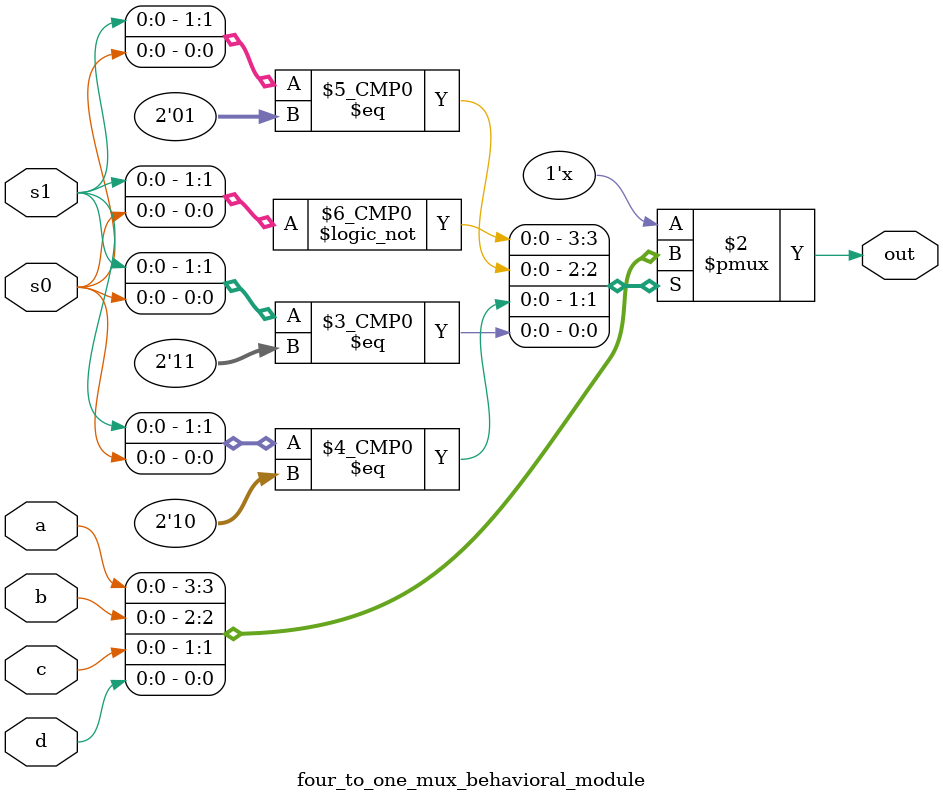
<source format=v>

module four_to_one_mux_behavioral_module (a, b, c, d, s0, s1, out);
	input a, b, c, d;
	input s0, s1;	
	output out;
	reg out;
	
	always@(a or b or c or d or s0 or s1)
	begin
		case({s1, s0})
			2'b00 : out = a;
			2'b01 : out = b;
			2'b10 : out = c;
			2'b11 : out = d;
		endcase
	end

endmodule

</source>
